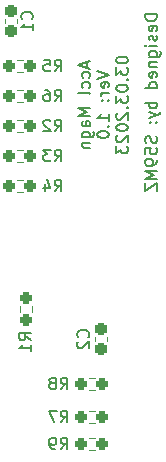
<source format=gbo>
G04 #@! TF.GenerationSoftware,KiCad,Pcbnew,6.0.9-8da3e8f707~116~ubuntu20.04.1*
G04 #@! TF.CreationDate,2023-03-05T00:07:15+01:00*
G04 #@! TF.ProjectId,accl_magn_pmod,6163636c-5f6d-4616-976e-5f706d6f642e,rev?*
G04 #@! TF.SameCoordinates,Original*
G04 #@! TF.FileFunction,Legend,Bot*
G04 #@! TF.FilePolarity,Positive*
%FSLAX46Y46*%
G04 Gerber Fmt 4.6, Leading zero omitted, Abs format (unit mm)*
G04 Created by KiCad (PCBNEW 6.0.9-8da3e8f707~116~ubuntu20.04.1) date 2023-03-05 00:07:15*
%MOMM*%
%LPD*%
G01*
G04 APERTURE LIST*
G04 Aperture macros list*
%AMRoundRect*
0 Rectangle with rounded corners*
0 $1 Rounding radius*
0 $2 $3 $4 $5 $6 $7 $8 $9 X,Y pos of 4 corners*
0 Add a 4 corners polygon primitive as box body*
4,1,4,$2,$3,$4,$5,$6,$7,$8,$9,$2,$3,0*
0 Add four circle primitives for the rounded corners*
1,1,$1+$1,$2,$3*
1,1,$1+$1,$4,$5*
1,1,$1+$1,$6,$7*
1,1,$1+$1,$8,$9*
0 Add four rect primitives between the rounded corners*
20,1,$1+$1,$2,$3,$4,$5,0*
20,1,$1+$1,$4,$5,$6,$7,0*
20,1,$1+$1,$6,$7,$8,$9,0*
20,1,$1+$1,$8,$9,$2,$3,0*%
G04 Aperture macros list end*
%ADD10C,0.150000*%
%ADD11C,0.120000*%
%ADD12C,3.000000*%
%ADD13R,1.700000X1.700000*%
%ADD14C,1.700000*%
%ADD15RoundRect,0.237500X-0.250000X-0.237500X0.250000X-0.237500X0.250000X0.237500X-0.250000X0.237500X0*%
%ADD16RoundRect,0.237500X0.250000X0.237500X-0.250000X0.237500X-0.250000X-0.237500X0.250000X-0.237500X0*%
%ADD17RoundRect,0.237500X0.237500X-0.250000X0.237500X0.250000X-0.237500X0.250000X-0.237500X-0.250000X0*%
%ADD18O,1.700000X1.700000*%
%ADD19RoundRect,0.237500X-0.237500X0.300000X-0.237500X-0.300000X0.237500X-0.300000X0.237500X0.300000X0*%
%ADD20RoundRect,0.237500X0.237500X-0.300000X0.237500X0.300000X-0.237500X0.300000X-0.237500X-0.300000X0*%
G04 APERTURE END LIST*
D10*
X133294380Y-68009428D02*
X132294380Y-68009428D01*
X132294380Y-68247523D01*
X132342000Y-68390380D01*
X132437238Y-68485619D01*
X132532476Y-68533238D01*
X132722952Y-68580857D01*
X132865809Y-68580857D01*
X133056285Y-68533238D01*
X133151523Y-68485619D01*
X133246761Y-68390380D01*
X133294380Y-68247523D01*
X133294380Y-68009428D01*
X133246761Y-69390380D02*
X133294380Y-69295142D01*
X133294380Y-69104666D01*
X133246761Y-69009428D01*
X133151523Y-68961809D01*
X132770571Y-68961809D01*
X132675333Y-69009428D01*
X132627714Y-69104666D01*
X132627714Y-69295142D01*
X132675333Y-69390380D01*
X132770571Y-69438000D01*
X132865809Y-69438000D01*
X132961047Y-68961809D01*
X133246761Y-69818952D02*
X133294380Y-69914190D01*
X133294380Y-70104666D01*
X133246761Y-70199904D01*
X133151523Y-70247523D01*
X133103904Y-70247523D01*
X133008666Y-70199904D01*
X132961047Y-70104666D01*
X132961047Y-69961809D01*
X132913428Y-69866571D01*
X132818190Y-69818952D01*
X132770571Y-69818952D01*
X132675333Y-69866571D01*
X132627714Y-69961809D01*
X132627714Y-70104666D01*
X132675333Y-70199904D01*
X133294380Y-70676095D02*
X132627714Y-70676095D01*
X132294380Y-70676095D02*
X132342000Y-70628476D01*
X132389619Y-70676095D01*
X132342000Y-70723714D01*
X132294380Y-70676095D01*
X132389619Y-70676095D01*
X132627714Y-71580857D02*
X133437238Y-71580857D01*
X133532476Y-71533238D01*
X133580095Y-71485619D01*
X133627714Y-71390380D01*
X133627714Y-71247523D01*
X133580095Y-71152285D01*
X133246761Y-71580857D02*
X133294380Y-71485619D01*
X133294380Y-71295142D01*
X133246761Y-71199904D01*
X133199142Y-71152285D01*
X133103904Y-71104666D01*
X132818190Y-71104666D01*
X132722952Y-71152285D01*
X132675333Y-71199904D01*
X132627714Y-71295142D01*
X132627714Y-71485619D01*
X132675333Y-71580857D01*
X132627714Y-72057047D02*
X133294380Y-72057047D01*
X132722952Y-72057047D02*
X132675333Y-72104666D01*
X132627714Y-72199904D01*
X132627714Y-72342761D01*
X132675333Y-72438000D01*
X132770571Y-72485619D01*
X133294380Y-72485619D01*
X133246761Y-73342761D02*
X133294380Y-73247523D01*
X133294380Y-73057047D01*
X133246761Y-72961809D01*
X133151523Y-72914190D01*
X132770571Y-72914190D01*
X132675333Y-72961809D01*
X132627714Y-73057047D01*
X132627714Y-73247523D01*
X132675333Y-73342761D01*
X132770571Y-73390380D01*
X132865809Y-73390380D01*
X132961047Y-72914190D01*
X133294380Y-74247523D02*
X132294380Y-74247523D01*
X133246761Y-74247523D02*
X133294380Y-74152285D01*
X133294380Y-73961809D01*
X133246761Y-73866571D01*
X133199142Y-73818952D01*
X133103904Y-73771333D01*
X132818190Y-73771333D01*
X132722952Y-73818952D01*
X132675333Y-73866571D01*
X132627714Y-73961809D01*
X132627714Y-74152285D01*
X132675333Y-74247523D01*
X133294380Y-75485619D02*
X132294380Y-75485619D01*
X132675333Y-75485619D02*
X132627714Y-75580857D01*
X132627714Y-75771333D01*
X132675333Y-75866571D01*
X132722952Y-75914190D01*
X132818190Y-75961809D01*
X133103904Y-75961809D01*
X133199142Y-75914190D01*
X133246761Y-75866571D01*
X133294380Y-75771333D01*
X133294380Y-75580857D01*
X133246761Y-75485619D01*
X132627714Y-76295142D02*
X133294380Y-76533238D01*
X132627714Y-76771333D02*
X133294380Y-76533238D01*
X133532476Y-76438000D01*
X133580095Y-76390380D01*
X133627714Y-76295142D01*
X133199142Y-77152285D02*
X133246761Y-77199904D01*
X133294380Y-77152285D01*
X133246761Y-77104666D01*
X133199142Y-77152285D01*
X133294380Y-77152285D01*
X132675333Y-77152285D02*
X132722952Y-77199904D01*
X132770571Y-77152285D01*
X132722952Y-77104666D01*
X132675333Y-77152285D01*
X132770571Y-77152285D01*
X133246761Y-78342761D02*
X133294380Y-78485619D01*
X133294380Y-78723714D01*
X133246761Y-78818952D01*
X133199142Y-78866571D01*
X133103904Y-78914190D01*
X133008666Y-78914190D01*
X132913428Y-78866571D01*
X132865809Y-78818952D01*
X132818190Y-78723714D01*
X132770571Y-78533238D01*
X132722952Y-78438000D01*
X132675333Y-78390380D01*
X132580095Y-78342761D01*
X132484857Y-78342761D01*
X132389619Y-78390380D01*
X132342000Y-78438000D01*
X132294380Y-78533238D01*
X132294380Y-78771333D01*
X132342000Y-78914190D01*
X132294380Y-79818952D02*
X132294380Y-79342761D01*
X132770571Y-79295142D01*
X132722952Y-79342761D01*
X132675333Y-79438000D01*
X132675333Y-79676095D01*
X132722952Y-79771333D01*
X132770571Y-79818952D01*
X132865809Y-79866571D01*
X133103904Y-79866571D01*
X133199142Y-79818952D01*
X133246761Y-79771333D01*
X133294380Y-79676095D01*
X133294380Y-79438000D01*
X133246761Y-79342761D01*
X133199142Y-79295142D01*
X133294380Y-80342761D02*
X133294380Y-80533238D01*
X133246761Y-80628476D01*
X133199142Y-80676095D01*
X133056285Y-80771333D01*
X132865809Y-80818952D01*
X132484857Y-80818952D01*
X132389619Y-80771333D01*
X132342000Y-80723714D01*
X132294380Y-80628476D01*
X132294380Y-80438000D01*
X132342000Y-80342761D01*
X132389619Y-80295142D01*
X132484857Y-80247523D01*
X132722952Y-80247523D01*
X132818190Y-80295142D01*
X132865809Y-80342761D01*
X132913428Y-80438000D01*
X132913428Y-80628476D01*
X132865809Y-80723714D01*
X132818190Y-80771333D01*
X132722952Y-80818952D01*
X133294380Y-81247523D02*
X132294380Y-81247523D01*
X133008666Y-81580857D01*
X132294380Y-81914190D01*
X133294380Y-81914190D01*
X132294380Y-82295142D02*
X132294380Y-82961809D01*
X133294380Y-82295142D01*
X133294380Y-82961809D01*
X127334666Y-72025333D02*
X127334666Y-72501523D01*
X127620380Y-71930095D02*
X126620380Y-72263428D01*
X127620380Y-72596761D01*
X127572761Y-73358666D02*
X127620380Y-73263428D01*
X127620380Y-73072952D01*
X127572761Y-72977714D01*
X127525142Y-72930095D01*
X127429904Y-72882476D01*
X127144190Y-72882476D01*
X127048952Y-72930095D01*
X127001333Y-72977714D01*
X126953714Y-73072952D01*
X126953714Y-73263428D01*
X127001333Y-73358666D01*
X127572761Y-74215809D02*
X127620380Y-74120571D01*
X127620380Y-73930095D01*
X127572761Y-73834857D01*
X127525142Y-73787238D01*
X127429904Y-73739619D01*
X127144190Y-73739619D01*
X127048952Y-73787238D01*
X127001333Y-73834857D01*
X126953714Y-73930095D01*
X126953714Y-74120571D01*
X127001333Y-74215809D01*
X127620380Y-74787238D02*
X127572761Y-74692000D01*
X127477523Y-74644380D01*
X126620380Y-74644380D01*
X127620380Y-75930095D02*
X126620380Y-75930095D01*
X127334666Y-76263428D01*
X126620380Y-76596761D01*
X127620380Y-76596761D01*
X127620380Y-77501523D02*
X127096571Y-77501523D01*
X127001333Y-77453904D01*
X126953714Y-77358666D01*
X126953714Y-77168190D01*
X127001333Y-77072952D01*
X127572761Y-77501523D02*
X127620380Y-77406285D01*
X127620380Y-77168190D01*
X127572761Y-77072952D01*
X127477523Y-77025333D01*
X127382285Y-77025333D01*
X127287047Y-77072952D01*
X127239428Y-77168190D01*
X127239428Y-77406285D01*
X127191809Y-77501523D01*
X126953714Y-78406285D02*
X127763238Y-78406285D01*
X127858476Y-78358666D01*
X127906095Y-78311047D01*
X127953714Y-78215809D01*
X127953714Y-78072952D01*
X127906095Y-77977714D01*
X127572761Y-78406285D02*
X127620380Y-78311047D01*
X127620380Y-78120571D01*
X127572761Y-78025333D01*
X127525142Y-77977714D01*
X127429904Y-77930095D01*
X127144190Y-77930095D01*
X127048952Y-77977714D01*
X127001333Y-78025333D01*
X126953714Y-78120571D01*
X126953714Y-78311047D01*
X127001333Y-78406285D01*
X126953714Y-78882476D02*
X127620380Y-78882476D01*
X127048952Y-78882476D02*
X127001333Y-78930095D01*
X126953714Y-79025333D01*
X126953714Y-79168190D01*
X127001333Y-79263428D01*
X127096571Y-79311047D01*
X127620380Y-79311047D01*
X128230380Y-72811047D02*
X129230380Y-73144380D01*
X128230380Y-73477714D01*
X129182761Y-74192000D02*
X129230380Y-74096761D01*
X129230380Y-73906285D01*
X129182761Y-73811047D01*
X129087523Y-73763428D01*
X128706571Y-73763428D01*
X128611333Y-73811047D01*
X128563714Y-73906285D01*
X128563714Y-74096761D01*
X128611333Y-74192000D01*
X128706571Y-74239619D01*
X128801809Y-74239619D01*
X128897047Y-73763428D01*
X129230380Y-74668190D02*
X128563714Y-74668190D01*
X128754190Y-74668190D02*
X128658952Y-74715809D01*
X128611333Y-74763428D01*
X128563714Y-74858666D01*
X128563714Y-74953904D01*
X129135142Y-75287238D02*
X129182761Y-75334857D01*
X129230380Y-75287238D01*
X129182761Y-75239619D01*
X129135142Y-75287238D01*
X129230380Y-75287238D01*
X128611333Y-75287238D02*
X128658952Y-75334857D01*
X128706571Y-75287238D01*
X128658952Y-75239619D01*
X128611333Y-75287238D01*
X128706571Y-75287238D01*
X129230380Y-77049142D02*
X129230380Y-76477714D01*
X129230380Y-76763428D02*
X128230380Y-76763428D01*
X128373238Y-76668190D01*
X128468476Y-76572952D01*
X128516095Y-76477714D01*
X129135142Y-77477714D02*
X129182761Y-77525333D01*
X129230380Y-77477714D01*
X129182761Y-77430095D01*
X129135142Y-77477714D01*
X129230380Y-77477714D01*
X128230380Y-78144380D02*
X128230380Y-78239619D01*
X128278000Y-78334857D01*
X128325619Y-78382476D01*
X128420857Y-78430095D01*
X128611333Y-78477714D01*
X128849428Y-78477714D01*
X129039904Y-78430095D01*
X129135142Y-78382476D01*
X129182761Y-78334857D01*
X129230380Y-78239619D01*
X129230380Y-78144380D01*
X129182761Y-78049142D01*
X129135142Y-78001523D01*
X129039904Y-77953904D01*
X128849428Y-77906285D01*
X128611333Y-77906285D01*
X128420857Y-77953904D01*
X128325619Y-78001523D01*
X128278000Y-78049142D01*
X128230380Y-78144380D01*
X129840380Y-71834857D02*
X129840380Y-71930095D01*
X129888000Y-72025333D01*
X129935619Y-72072952D01*
X130030857Y-72120571D01*
X130221333Y-72168190D01*
X130459428Y-72168190D01*
X130649904Y-72120571D01*
X130745142Y-72072952D01*
X130792761Y-72025333D01*
X130840380Y-71930095D01*
X130840380Y-71834857D01*
X130792761Y-71739619D01*
X130745142Y-71692000D01*
X130649904Y-71644380D01*
X130459428Y-71596761D01*
X130221333Y-71596761D01*
X130030857Y-71644380D01*
X129935619Y-71692000D01*
X129888000Y-71739619D01*
X129840380Y-71834857D01*
X129840380Y-72501523D02*
X129840380Y-73120571D01*
X130221333Y-72787238D01*
X130221333Y-72930095D01*
X130268952Y-73025333D01*
X130316571Y-73072952D01*
X130411809Y-73120571D01*
X130649904Y-73120571D01*
X130745142Y-73072952D01*
X130792761Y-73025333D01*
X130840380Y-72930095D01*
X130840380Y-72644380D01*
X130792761Y-72549142D01*
X130745142Y-72501523D01*
X130745142Y-73549142D02*
X130792761Y-73596761D01*
X130840380Y-73549142D01*
X130792761Y-73501523D01*
X130745142Y-73549142D01*
X130840380Y-73549142D01*
X129840380Y-74215809D02*
X129840380Y-74311047D01*
X129888000Y-74406285D01*
X129935619Y-74453904D01*
X130030857Y-74501523D01*
X130221333Y-74549142D01*
X130459428Y-74549142D01*
X130649904Y-74501523D01*
X130745142Y-74453904D01*
X130792761Y-74406285D01*
X130840380Y-74311047D01*
X130840380Y-74215809D01*
X130792761Y-74120571D01*
X130745142Y-74072952D01*
X130649904Y-74025333D01*
X130459428Y-73977714D01*
X130221333Y-73977714D01*
X130030857Y-74025333D01*
X129935619Y-74072952D01*
X129888000Y-74120571D01*
X129840380Y-74215809D01*
X129840380Y-74882476D02*
X129840380Y-75501523D01*
X130221333Y-75168190D01*
X130221333Y-75311047D01*
X130268952Y-75406285D01*
X130316571Y-75453904D01*
X130411809Y-75501523D01*
X130649904Y-75501523D01*
X130745142Y-75453904D01*
X130792761Y-75406285D01*
X130840380Y-75311047D01*
X130840380Y-75025333D01*
X130792761Y-74930095D01*
X130745142Y-74882476D01*
X130745142Y-75930095D02*
X130792761Y-75977714D01*
X130840380Y-75930095D01*
X130792761Y-75882476D01*
X130745142Y-75930095D01*
X130840380Y-75930095D01*
X129935619Y-76358666D02*
X129888000Y-76406285D01*
X129840380Y-76501523D01*
X129840380Y-76739619D01*
X129888000Y-76834857D01*
X129935619Y-76882476D01*
X130030857Y-76930095D01*
X130126095Y-76930095D01*
X130268952Y-76882476D01*
X130840380Y-76311047D01*
X130840380Y-76930095D01*
X129840380Y-77549142D02*
X129840380Y-77644380D01*
X129888000Y-77739619D01*
X129935619Y-77787238D01*
X130030857Y-77834857D01*
X130221333Y-77882476D01*
X130459428Y-77882476D01*
X130649904Y-77834857D01*
X130745142Y-77787238D01*
X130792761Y-77739619D01*
X130840380Y-77644380D01*
X130840380Y-77549142D01*
X130792761Y-77453904D01*
X130745142Y-77406285D01*
X130649904Y-77358666D01*
X130459428Y-77311047D01*
X130221333Y-77311047D01*
X130030857Y-77358666D01*
X129935619Y-77406285D01*
X129888000Y-77453904D01*
X129840380Y-77549142D01*
X129935619Y-78263428D02*
X129888000Y-78311047D01*
X129840380Y-78406285D01*
X129840380Y-78644380D01*
X129888000Y-78739619D01*
X129935619Y-78787238D01*
X130030857Y-78834857D01*
X130126095Y-78834857D01*
X130268952Y-78787238D01*
X130840380Y-78215809D01*
X130840380Y-78834857D01*
X129840380Y-79168190D02*
X129840380Y-79787238D01*
X130221333Y-79453904D01*
X130221333Y-79596761D01*
X130268952Y-79692000D01*
X130316571Y-79739619D01*
X130411809Y-79787238D01*
X130649904Y-79787238D01*
X130745142Y-79739619D01*
X130792761Y-79692000D01*
X130840380Y-79596761D01*
X130840380Y-79311047D01*
X130792761Y-79215809D01*
X130745142Y-79168190D01*
X125134666Y-104846380D02*
X125468000Y-104370190D01*
X125706095Y-104846380D02*
X125706095Y-103846380D01*
X125325142Y-103846380D01*
X125229904Y-103894000D01*
X125182285Y-103941619D01*
X125134666Y-104036857D01*
X125134666Y-104179714D01*
X125182285Y-104274952D01*
X125229904Y-104322571D01*
X125325142Y-104370190D01*
X125706095Y-104370190D01*
X124658476Y-104846380D02*
X124468000Y-104846380D01*
X124372761Y-104798761D01*
X124325142Y-104751142D01*
X124229904Y-104608285D01*
X124182285Y-104417809D01*
X124182285Y-104036857D01*
X124229904Y-103941619D01*
X124277523Y-103894000D01*
X124372761Y-103846380D01*
X124563238Y-103846380D01*
X124658476Y-103894000D01*
X124706095Y-103941619D01*
X124753714Y-104036857D01*
X124753714Y-104274952D01*
X124706095Y-104370190D01*
X124658476Y-104417809D01*
X124563238Y-104465428D01*
X124372761Y-104465428D01*
X124277523Y-104417809D01*
X124229904Y-104370190D01*
X124182285Y-104274952D01*
X125134666Y-99766380D02*
X125468000Y-99290190D01*
X125706095Y-99766380D02*
X125706095Y-98766380D01*
X125325142Y-98766380D01*
X125229904Y-98814000D01*
X125182285Y-98861619D01*
X125134666Y-98956857D01*
X125134666Y-99099714D01*
X125182285Y-99194952D01*
X125229904Y-99242571D01*
X125325142Y-99290190D01*
X125706095Y-99290190D01*
X124563238Y-99194952D02*
X124658476Y-99147333D01*
X124706095Y-99099714D01*
X124753714Y-99004476D01*
X124753714Y-98956857D01*
X124706095Y-98861619D01*
X124658476Y-98814000D01*
X124563238Y-98766380D01*
X124372761Y-98766380D01*
X124277523Y-98814000D01*
X124229904Y-98861619D01*
X124182285Y-98956857D01*
X124182285Y-99004476D01*
X124229904Y-99099714D01*
X124277523Y-99147333D01*
X124372761Y-99194952D01*
X124563238Y-99194952D01*
X124658476Y-99242571D01*
X124706095Y-99290190D01*
X124753714Y-99385428D01*
X124753714Y-99575904D01*
X124706095Y-99671142D01*
X124658476Y-99718761D01*
X124563238Y-99766380D01*
X124372761Y-99766380D01*
X124277523Y-99718761D01*
X124229904Y-99671142D01*
X124182285Y-99575904D01*
X124182285Y-99385428D01*
X124229904Y-99290190D01*
X124277523Y-99242571D01*
X124372761Y-99194952D01*
X125134666Y-102560380D02*
X125468000Y-102084190D01*
X125706095Y-102560380D02*
X125706095Y-101560380D01*
X125325142Y-101560380D01*
X125229904Y-101608000D01*
X125182285Y-101655619D01*
X125134666Y-101750857D01*
X125134666Y-101893714D01*
X125182285Y-101988952D01*
X125229904Y-102036571D01*
X125325142Y-102084190D01*
X125706095Y-102084190D01*
X124801333Y-101560380D02*
X124134666Y-101560380D01*
X124563238Y-102560380D01*
X124626666Y-75382380D02*
X124960000Y-74906190D01*
X125198095Y-75382380D02*
X125198095Y-74382380D01*
X124817142Y-74382380D01*
X124721904Y-74430000D01*
X124674285Y-74477619D01*
X124626666Y-74572857D01*
X124626666Y-74715714D01*
X124674285Y-74810952D01*
X124721904Y-74858571D01*
X124817142Y-74906190D01*
X125198095Y-74906190D01*
X123769523Y-74382380D02*
X123960000Y-74382380D01*
X124055238Y-74430000D01*
X124102857Y-74477619D01*
X124198095Y-74620476D01*
X124245714Y-74810952D01*
X124245714Y-75191904D01*
X124198095Y-75287142D01*
X124150476Y-75334761D01*
X124055238Y-75382380D01*
X123864761Y-75382380D01*
X123769523Y-75334761D01*
X123721904Y-75287142D01*
X123674285Y-75191904D01*
X123674285Y-74953809D01*
X123721904Y-74858571D01*
X123769523Y-74810952D01*
X123864761Y-74763333D01*
X124055238Y-74763333D01*
X124150476Y-74810952D01*
X124198095Y-74858571D01*
X124245714Y-74953809D01*
X124626666Y-72842380D02*
X124960000Y-72366190D01*
X125198095Y-72842380D02*
X125198095Y-71842380D01*
X124817142Y-71842380D01*
X124721904Y-71890000D01*
X124674285Y-71937619D01*
X124626666Y-72032857D01*
X124626666Y-72175714D01*
X124674285Y-72270952D01*
X124721904Y-72318571D01*
X124817142Y-72366190D01*
X125198095Y-72366190D01*
X123721904Y-71842380D02*
X124198095Y-71842380D01*
X124245714Y-72318571D01*
X124198095Y-72270952D01*
X124102857Y-72223333D01*
X123864761Y-72223333D01*
X123769523Y-72270952D01*
X123721904Y-72318571D01*
X123674285Y-72413809D01*
X123674285Y-72651904D01*
X123721904Y-72747142D01*
X123769523Y-72794761D01*
X123864761Y-72842380D01*
X124102857Y-72842380D01*
X124198095Y-72794761D01*
X124245714Y-72747142D01*
X124626666Y-83002380D02*
X124960000Y-82526190D01*
X125198095Y-83002380D02*
X125198095Y-82002380D01*
X124817142Y-82002380D01*
X124721904Y-82050000D01*
X124674285Y-82097619D01*
X124626666Y-82192857D01*
X124626666Y-82335714D01*
X124674285Y-82430952D01*
X124721904Y-82478571D01*
X124817142Y-82526190D01*
X125198095Y-82526190D01*
X123769523Y-82335714D02*
X123769523Y-83002380D01*
X124007619Y-81954761D02*
X124245714Y-82669047D01*
X123626666Y-82669047D01*
X124626666Y-80462380D02*
X124960000Y-79986190D01*
X125198095Y-80462380D02*
X125198095Y-79462380D01*
X124817142Y-79462380D01*
X124721904Y-79510000D01*
X124674285Y-79557619D01*
X124626666Y-79652857D01*
X124626666Y-79795714D01*
X124674285Y-79890952D01*
X124721904Y-79938571D01*
X124817142Y-79986190D01*
X125198095Y-79986190D01*
X124293333Y-79462380D02*
X123674285Y-79462380D01*
X124007619Y-79843333D01*
X123864761Y-79843333D01*
X123769523Y-79890952D01*
X123721904Y-79938571D01*
X123674285Y-80033809D01*
X123674285Y-80271904D01*
X123721904Y-80367142D01*
X123769523Y-80414761D01*
X123864761Y-80462380D01*
X124150476Y-80462380D01*
X124245714Y-80414761D01*
X124293333Y-80367142D01*
X124626666Y-77922380D02*
X124960000Y-77446190D01*
X125198095Y-77922380D02*
X125198095Y-76922380D01*
X124817142Y-76922380D01*
X124721904Y-76970000D01*
X124674285Y-77017619D01*
X124626666Y-77112857D01*
X124626666Y-77255714D01*
X124674285Y-77350952D01*
X124721904Y-77398571D01*
X124817142Y-77446190D01*
X125198095Y-77446190D01*
X124245714Y-77017619D02*
X124198095Y-76970000D01*
X124102857Y-76922380D01*
X123864761Y-76922380D01*
X123769523Y-76970000D01*
X123721904Y-77017619D01*
X123674285Y-77112857D01*
X123674285Y-77208095D01*
X123721904Y-77350952D01*
X124293333Y-77922380D01*
X123674285Y-77922380D01*
X122626380Y-95591333D02*
X122150190Y-95258000D01*
X122626380Y-95019904D02*
X121626380Y-95019904D01*
X121626380Y-95400857D01*
X121674000Y-95496095D01*
X121721619Y-95543714D01*
X121816857Y-95591333D01*
X121959714Y-95591333D01*
X122054952Y-95543714D01*
X122102571Y-95496095D01*
X122150190Y-95400857D01*
X122150190Y-95019904D01*
X122626380Y-96543714D02*
X122626380Y-95972285D01*
X122626380Y-96258000D02*
X121626380Y-96258000D01*
X121769238Y-96162761D01*
X121864476Y-96067523D01*
X121912095Y-95972285D01*
X127451142Y-95337333D02*
X127498761Y-95289714D01*
X127546380Y-95146857D01*
X127546380Y-95051619D01*
X127498761Y-94908761D01*
X127403523Y-94813523D01*
X127308285Y-94765904D01*
X127117809Y-94718285D01*
X126974952Y-94718285D01*
X126784476Y-94765904D01*
X126689238Y-94813523D01*
X126594000Y-94908761D01*
X126546380Y-95051619D01*
X126546380Y-95146857D01*
X126594000Y-95289714D01*
X126641619Y-95337333D01*
X126641619Y-95718285D02*
X126594000Y-95765904D01*
X126546380Y-95861142D01*
X126546380Y-96099238D01*
X126594000Y-96194476D01*
X126641619Y-96242095D01*
X126736857Y-96289714D01*
X126832095Y-96289714D01*
X126974952Y-96242095D01*
X127546380Y-95670666D01*
X127546380Y-96289714D01*
X122691142Y-68413333D02*
X122738761Y-68365714D01*
X122786380Y-68222857D01*
X122786380Y-68127619D01*
X122738761Y-67984761D01*
X122643523Y-67889523D01*
X122548285Y-67841904D01*
X122357809Y-67794285D01*
X122214952Y-67794285D01*
X122024476Y-67841904D01*
X121929238Y-67889523D01*
X121834000Y-67984761D01*
X121786380Y-68127619D01*
X121786380Y-68222857D01*
X121834000Y-68365714D01*
X121881619Y-68413333D01*
X122786380Y-69365714D02*
X122786380Y-68794285D01*
X122786380Y-69080000D02*
X121786380Y-69080000D01*
X121929238Y-68984761D01*
X122024476Y-68889523D01*
X122072095Y-68794285D01*
D11*
X127507276Y-104916500D02*
X128016724Y-104916500D01*
X127507276Y-103871500D02*
X128016724Y-103871500D01*
X127507276Y-99836500D02*
X128016724Y-99836500D01*
X127507276Y-98791500D02*
X128016724Y-98791500D01*
X127507276Y-102630500D02*
X128016724Y-102630500D01*
X127507276Y-101585500D02*
X128016724Y-101585500D01*
X121920724Y-74407500D02*
X121411276Y-74407500D01*
X121920724Y-75452500D02*
X121411276Y-75452500D01*
X121920724Y-72912500D02*
X121411276Y-72912500D01*
X121920724Y-71867500D02*
X121411276Y-71867500D01*
X121411276Y-83072500D02*
X121920724Y-83072500D01*
X121411276Y-82027500D02*
X121920724Y-82027500D01*
X121920724Y-79487500D02*
X121411276Y-79487500D01*
X121920724Y-80532500D02*
X121411276Y-80532500D01*
X121920724Y-76947500D02*
X121411276Y-76947500D01*
X121920724Y-77992500D02*
X121411276Y-77992500D01*
X122696500Y-93218724D02*
X122696500Y-92709276D01*
X121651500Y-93218724D02*
X121651500Y-92709276D01*
X128014000Y-95357733D02*
X128014000Y-95650267D01*
X129034000Y-95357733D02*
X129034000Y-95650267D01*
X121414000Y-68726267D02*
X121414000Y-68433733D01*
X120394000Y-68726267D02*
X120394000Y-68433733D01*
%LPC*%
D12*
X117627400Y-103621400D03*
X117627400Y-95021400D03*
D13*
X131572000Y-94234000D03*
D14*
X131572000Y-96774000D03*
X131572000Y-99314000D03*
X131572000Y-101854000D03*
X131572000Y-104394000D03*
D12*
X129540000Y-68580000D03*
X129540000Y-83820000D03*
D13*
X118110000Y-67310000D03*
D14*
X118110000Y-69850000D03*
X118110000Y-72390000D03*
X118110000Y-74930000D03*
X118110000Y-77470000D03*
X118110000Y-80010000D03*
X118110000Y-82550000D03*
X118110000Y-85090000D03*
D15*
X126849500Y-104394000D03*
X128674500Y-104394000D03*
X126849500Y-99314000D03*
X128674500Y-99314000D03*
X126849500Y-102108000D03*
X128674500Y-102108000D03*
D16*
X122578500Y-74930000D03*
X120753500Y-74930000D03*
X120753500Y-72390000D03*
X122578500Y-72390000D03*
D15*
X120753500Y-82550000D03*
X122578500Y-82550000D03*
D16*
X122578500Y-80010000D03*
X120753500Y-80010000D03*
X122578500Y-77470000D03*
X120753500Y-77470000D03*
D17*
X122174000Y-93876500D03*
X122174000Y-92051500D03*
D13*
X125730000Y-89662000D03*
D18*
X128270000Y-89662000D03*
X130810000Y-89662000D03*
D13*
X118110000Y-62230000D03*
D18*
X118110000Y-59690000D03*
X120650000Y-62230000D03*
X120650000Y-59690000D03*
X123190000Y-62230000D03*
X123190000Y-59690000D03*
X125730000Y-62230000D03*
X125730000Y-59690000D03*
X128270000Y-62230000D03*
X128270000Y-59690000D03*
X130810000Y-62230000D03*
X130810000Y-59690000D03*
D19*
X128524000Y-94641500D03*
X128524000Y-96366500D03*
D20*
X120904000Y-69442500D03*
X120904000Y-67717500D03*
M02*

</source>
